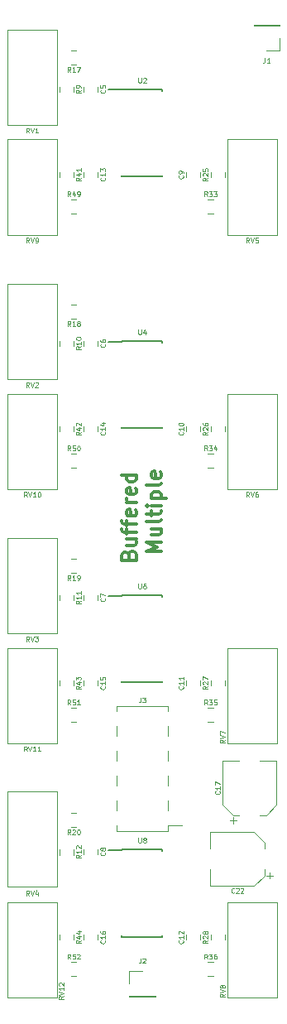
<source format=gbr>
G04 #@! TF.GenerationSoftware,KiCad,Pcbnew,(5.0.0-3-g5ebb6b6)*
G04 #@! TF.CreationDate,2019-01-01T15:12:14-08:00*
G04 #@! TF.ProjectId,BuffMult,427566664D756C742E6B696361645F70,rev?*
G04 #@! TF.SameCoordinates,Original*
G04 #@! TF.FileFunction,Legend,Top*
G04 #@! TF.FilePolarity,Positive*
%FSLAX46Y46*%
G04 Gerber Fmt 4.6, Leading zero omitted, Abs format (unit mm)*
G04 Created by KiCad (PCBNEW (5.0.0-3-g5ebb6b6)) date Tuesday, January 01, 2019 at 03:12:14 PM*
%MOMM*%
%LPD*%
G01*
G04 APERTURE LIST*
%ADD10C,0.300000*%
%ADD11C,0.120000*%
%ADD12C,0.150000*%
G04 APERTURE END LIST*
D10*
X111617857Y-114428571D02*
X111689285Y-114214285D01*
X111760714Y-114142857D01*
X111903571Y-114071428D01*
X112117857Y-114071428D01*
X112260714Y-114142857D01*
X112332142Y-114214285D01*
X112403571Y-114357142D01*
X112403571Y-114928571D01*
X110903571Y-114928571D01*
X110903571Y-114428571D01*
X110975000Y-114285714D01*
X111046428Y-114214285D01*
X111189285Y-114142857D01*
X111332142Y-114142857D01*
X111475000Y-114214285D01*
X111546428Y-114285714D01*
X111617857Y-114428571D01*
X111617857Y-114928571D01*
X111403571Y-112785714D02*
X112403571Y-112785714D01*
X111403571Y-113428571D02*
X112189285Y-113428571D01*
X112332142Y-113357142D01*
X112403571Y-113214285D01*
X112403571Y-113000000D01*
X112332142Y-112857142D01*
X112260714Y-112785714D01*
X111403571Y-112285714D02*
X111403571Y-111714285D01*
X112403571Y-112071428D02*
X111117857Y-112071428D01*
X110975000Y-112000000D01*
X110903571Y-111857142D01*
X110903571Y-111714285D01*
X111403571Y-111428571D02*
X111403571Y-110857142D01*
X112403571Y-111214285D02*
X111117857Y-111214285D01*
X110975000Y-111142857D01*
X110903571Y-111000000D01*
X110903571Y-110857142D01*
X112332142Y-109785714D02*
X112403571Y-109928571D01*
X112403571Y-110214285D01*
X112332142Y-110357142D01*
X112189285Y-110428571D01*
X111617857Y-110428571D01*
X111475000Y-110357142D01*
X111403571Y-110214285D01*
X111403571Y-109928571D01*
X111475000Y-109785714D01*
X111617857Y-109714285D01*
X111760714Y-109714285D01*
X111903571Y-110428571D01*
X112403571Y-109071428D02*
X111403571Y-109071428D01*
X111689285Y-109071428D02*
X111546428Y-109000000D01*
X111475000Y-108928571D01*
X111403571Y-108785714D01*
X111403571Y-108642857D01*
X112332142Y-107571428D02*
X112403571Y-107714285D01*
X112403571Y-108000000D01*
X112332142Y-108142857D01*
X112189285Y-108214285D01*
X111617857Y-108214285D01*
X111475000Y-108142857D01*
X111403571Y-108000000D01*
X111403571Y-107714285D01*
X111475000Y-107571428D01*
X111617857Y-107500000D01*
X111760714Y-107500000D01*
X111903571Y-108214285D01*
X112403571Y-106214285D02*
X110903571Y-106214285D01*
X112332142Y-106214285D02*
X112403571Y-106357142D01*
X112403571Y-106642857D01*
X112332142Y-106785714D01*
X112260714Y-106857142D01*
X112117857Y-106928571D01*
X111689285Y-106928571D01*
X111546428Y-106857142D01*
X111475000Y-106785714D01*
X111403571Y-106642857D01*
X111403571Y-106357142D01*
X111475000Y-106214285D01*
X114953571Y-114071428D02*
X113453571Y-114071428D01*
X114525000Y-113571428D01*
X113453571Y-113071428D01*
X114953571Y-113071428D01*
X113953571Y-111714285D02*
X114953571Y-111714285D01*
X113953571Y-112357142D02*
X114739285Y-112357142D01*
X114882142Y-112285714D01*
X114953571Y-112142857D01*
X114953571Y-111928571D01*
X114882142Y-111785714D01*
X114810714Y-111714285D01*
X114953571Y-110785714D02*
X114882142Y-110928571D01*
X114739285Y-111000000D01*
X113453571Y-111000000D01*
X113953571Y-110428571D02*
X113953571Y-109857142D01*
X113453571Y-110214285D02*
X114739285Y-110214285D01*
X114882142Y-110142857D01*
X114953571Y-110000000D01*
X114953571Y-109857142D01*
X114953571Y-109357142D02*
X113953571Y-109357142D01*
X113453571Y-109357142D02*
X113525000Y-109428571D01*
X113596428Y-109357142D01*
X113525000Y-109285714D01*
X113453571Y-109357142D01*
X113596428Y-109357142D01*
X113953571Y-108642857D02*
X115453571Y-108642857D01*
X114025000Y-108642857D02*
X113953571Y-108500000D01*
X113953571Y-108214285D01*
X114025000Y-108071428D01*
X114096428Y-108000000D01*
X114239285Y-107928571D01*
X114667857Y-107928571D01*
X114810714Y-108000000D01*
X114882142Y-108071428D01*
X114953571Y-108214285D01*
X114953571Y-108500000D01*
X114882142Y-108642857D01*
X114953571Y-107071428D02*
X114882142Y-107214285D01*
X114739285Y-107285714D01*
X113453571Y-107285714D01*
X114882142Y-105928571D02*
X114953571Y-106071428D01*
X114953571Y-106357142D01*
X114882142Y-106500000D01*
X114739285Y-106571428D01*
X114167857Y-106571428D01*
X114025000Y-106500000D01*
X113953571Y-106357142D01*
X113953571Y-106071428D01*
X114025000Y-105928571D01*
X114167857Y-105857142D01*
X114310714Y-105857142D01*
X114453571Y-106571428D01*
D11*
G04 #@! TO.C,C17*
X126760000Y-135490000D02*
X125060000Y-135490000D01*
X121240000Y-135490000D02*
X122940000Y-135490000D01*
X121240000Y-139945563D02*
X121240000Y-135490000D01*
X126760000Y-139945563D02*
X126760000Y-135490000D01*
X125695563Y-141010000D02*
X125060000Y-141010000D01*
X122304437Y-141010000D02*
X122940000Y-141010000D01*
X122304437Y-141010000D02*
X121240000Y-139945563D01*
X125695563Y-141010000D02*
X126760000Y-139945563D01*
X122315000Y-141875000D02*
X122315000Y-141250000D01*
X122002500Y-141562500D02*
X122627500Y-141562500D01*
G04 #@! TO.C,RV8*
X121720000Y-149905000D02*
X126790000Y-149905000D01*
X121720000Y-159675000D02*
X126790000Y-159675000D01*
X126790000Y-159675000D02*
X126790000Y-149905000D01*
X121720000Y-159675000D02*
X121720000Y-149905000D01*
G04 #@! TO.C,RV12*
X99220000Y-159675000D02*
X99220000Y-149905000D01*
X104290000Y-159675000D02*
X104290000Y-149905000D01*
X99220000Y-159675000D02*
X104290000Y-159675000D01*
X99220000Y-149905000D02*
X104290000Y-149905000D01*
G04 #@! TO.C,C5*
X108460000Y-66491422D02*
X108460000Y-67008578D01*
X107040000Y-66491422D02*
X107040000Y-67008578D01*
G04 #@! TO.C,C6*
X107040000Y-92491422D02*
X107040000Y-93008578D01*
X108460000Y-92491422D02*
X108460000Y-93008578D01*
G04 #@! TO.C,C7*
X107040000Y-118491422D02*
X107040000Y-119008578D01*
X108460000Y-118491422D02*
X108460000Y-119008578D01*
G04 #@! TO.C,C9*
X118960000Y-75758578D02*
X118960000Y-75241422D01*
X117540000Y-75758578D02*
X117540000Y-75241422D01*
G04 #@! TO.C,C10*
X117540000Y-101758578D02*
X117540000Y-101241422D01*
X118960000Y-101758578D02*
X118960000Y-101241422D01*
G04 #@! TO.C,C11*
X117540000Y-127758578D02*
X117540000Y-127241422D01*
X118960000Y-127758578D02*
X118960000Y-127241422D01*
G04 #@! TO.C,C13*
X107040000Y-75758578D02*
X107040000Y-75241422D01*
X108460000Y-75758578D02*
X108460000Y-75241422D01*
G04 #@! TO.C,C14*
X108460000Y-101758578D02*
X108460000Y-101241422D01*
X107040000Y-101758578D02*
X107040000Y-101241422D01*
G04 #@! TO.C,C15*
X108460000Y-127758578D02*
X108460000Y-127241422D01*
X107040000Y-127758578D02*
X107040000Y-127241422D01*
G04 #@! TO.C,R9*
X105960000Y-67008578D02*
X105960000Y-66491422D01*
X104540000Y-67008578D02*
X104540000Y-66491422D01*
G04 #@! TO.C,R10*
X105960000Y-93008578D02*
X105960000Y-92491422D01*
X104540000Y-93008578D02*
X104540000Y-92491422D01*
G04 #@! TO.C,R11*
X105960000Y-119008578D02*
X105960000Y-118491422D01*
X104540000Y-119008578D02*
X104540000Y-118491422D01*
G04 #@! TO.C,R17*
X105741422Y-62790000D02*
X106258578Y-62790000D01*
X105741422Y-64210000D02*
X106258578Y-64210000D01*
G04 #@! TO.C,R18*
X105741422Y-88790000D02*
X106258578Y-88790000D01*
X105741422Y-90210000D02*
X106258578Y-90210000D01*
G04 #@! TO.C,R19*
X105741422Y-114790000D02*
X106258578Y-114790000D01*
X105741422Y-116210000D02*
X106258578Y-116210000D01*
G04 #@! TO.C,R25*
X120040000Y-75241422D02*
X120040000Y-75758578D01*
X121460000Y-75241422D02*
X121460000Y-75758578D01*
G04 #@! TO.C,R26*
X121460000Y-101241422D02*
X121460000Y-101758578D01*
X120040000Y-101241422D02*
X120040000Y-101758578D01*
G04 #@! TO.C,R27*
X121460000Y-127241422D02*
X121460000Y-127758578D01*
X120040000Y-127241422D02*
X120040000Y-127758578D01*
G04 #@! TO.C,R33*
X120258578Y-78040000D02*
X119741422Y-78040000D01*
X120258578Y-79460000D02*
X119741422Y-79460000D01*
G04 #@! TO.C,R34*
X120258578Y-104040000D02*
X119741422Y-104040000D01*
X120258578Y-105460000D02*
X119741422Y-105460000D01*
G04 #@! TO.C,R35*
X120258578Y-130040000D02*
X119741422Y-130040000D01*
X120258578Y-131460000D02*
X119741422Y-131460000D01*
G04 #@! TO.C,R41*
X105960000Y-75241422D02*
X105960000Y-75758578D01*
X104540000Y-75241422D02*
X104540000Y-75758578D01*
G04 #@! TO.C,R42*
X104540000Y-101241422D02*
X104540000Y-101758578D01*
X105960000Y-101241422D02*
X105960000Y-101758578D01*
G04 #@! TO.C,R43*
X104540000Y-127241422D02*
X104540000Y-127758578D01*
X105960000Y-127241422D02*
X105960000Y-127758578D01*
G04 #@! TO.C,R49*
X105741422Y-79460000D02*
X106258578Y-79460000D01*
X105741422Y-78040000D02*
X106258578Y-78040000D01*
G04 #@! TO.C,R50*
X105741422Y-104040000D02*
X106258578Y-104040000D01*
X105741422Y-105460000D02*
X106258578Y-105460000D01*
G04 #@! TO.C,R51*
X105741422Y-130040000D02*
X106258578Y-130040000D01*
X105741422Y-131460000D02*
X106258578Y-131460000D01*
G04 #@! TO.C,RV1*
X99220000Y-60655000D02*
X104290000Y-60655000D01*
X99220000Y-70425000D02*
X104290000Y-70425000D01*
X104290000Y-70425000D02*
X104290000Y-60655000D01*
X99220000Y-70425000D02*
X99220000Y-60655000D01*
G04 #@! TO.C,RV2*
X99220000Y-86655000D02*
X104290000Y-86655000D01*
X99220000Y-96425000D02*
X104290000Y-96425000D01*
X104290000Y-96425000D02*
X104290000Y-86655000D01*
X99220000Y-96425000D02*
X99220000Y-86655000D01*
G04 #@! TO.C,RV3*
X99220000Y-122425000D02*
X99220000Y-112655000D01*
X104290000Y-122425000D02*
X104290000Y-112655000D01*
X99220000Y-122425000D02*
X104290000Y-122425000D01*
X99220000Y-112655000D02*
X104290000Y-112655000D01*
G04 #@! TO.C,RV5*
X121720000Y-81675000D02*
X121720000Y-71905000D01*
X126790000Y-81675000D02*
X126790000Y-71905000D01*
X121720000Y-81675000D02*
X126790000Y-81675000D01*
X121720000Y-71905000D02*
X126790000Y-71905000D01*
G04 #@! TO.C,RV6*
X121720000Y-107675000D02*
X121720000Y-97905000D01*
X126790000Y-107675000D02*
X126790000Y-97905000D01*
X121720000Y-107675000D02*
X126790000Y-107675000D01*
X121720000Y-97905000D02*
X126790000Y-97905000D01*
G04 #@! TO.C,RV7*
X121720000Y-133675000D02*
X121720000Y-123905000D01*
X126790000Y-133675000D02*
X126790000Y-123905000D01*
X121720000Y-133675000D02*
X126790000Y-133675000D01*
X121720000Y-123905000D02*
X126790000Y-123905000D01*
G04 #@! TO.C,RV9*
X99220000Y-81675000D02*
X99220000Y-71905000D01*
X104290000Y-81675000D02*
X104290000Y-71905000D01*
X99220000Y-81675000D02*
X104290000Y-81675000D01*
X99220000Y-71905000D02*
X104290000Y-71905000D01*
G04 #@! TO.C,RV10*
X99220000Y-97905000D02*
X104290000Y-97905000D01*
X99220000Y-107675000D02*
X104290000Y-107675000D01*
X104290000Y-107675000D02*
X104290000Y-97905000D01*
X99220000Y-107675000D02*
X99220000Y-97905000D01*
G04 #@! TO.C,RV11*
X99220000Y-123905000D02*
X104290000Y-123905000D01*
X99220000Y-133675000D02*
X104290000Y-133675000D01*
X104290000Y-133675000D02*
X104290000Y-123905000D01*
X99220000Y-133675000D02*
X99220000Y-123905000D01*
D12*
G04 #@! TO.C,U2*
X110925000Y-66800000D02*
X110925000Y-66825000D01*
X115075000Y-66800000D02*
X115075000Y-66915000D01*
X115075000Y-75700000D02*
X115075000Y-75585000D01*
X110925000Y-75700000D02*
X110925000Y-75585000D01*
X110925000Y-66800000D02*
X115075000Y-66800000D01*
X110925000Y-75700000D02*
X115075000Y-75700000D01*
X110925000Y-66825000D02*
X109550000Y-66825000D01*
G04 #@! TO.C,U4*
X110925000Y-92550000D02*
X110925000Y-92575000D01*
X115075000Y-92550000D02*
X115075000Y-92665000D01*
X115075000Y-101450000D02*
X115075000Y-101335000D01*
X110925000Y-101450000D02*
X110925000Y-101335000D01*
X110925000Y-92550000D02*
X115075000Y-92550000D01*
X110925000Y-101450000D02*
X115075000Y-101450000D01*
X110925000Y-92575000D02*
X109550000Y-92575000D01*
G04 #@! TO.C,U6*
X110925000Y-118575000D02*
X109550000Y-118575000D01*
X110925000Y-127450000D02*
X115075000Y-127450000D01*
X110925000Y-118550000D02*
X115075000Y-118550000D01*
X110925000Y-127450000D02*
X110925000Y-127335000D01*
X115075000Y-127450000D02*
X115075000Y-127335000D01*
X115075000Y-118550000D02*
X115075000Y-118665000D01*
X110925000Y-118550000D02*
X110925000Y-118575000D01*
D11*
G04 #@! TO.C,C8*
X108460000Y-144491422D02*
X108460000Y-145008578D01*
X107040000Y-144491422D02*
X107040000Y-145008578D01*
G04 #@! TO.C,C12*
X118960000Y-153758578D02*
X118960000Y-153241422D01*
X117540000Y-153758578D02*
X117540000Y-153241422D01*
G04 #@! TO.C,C16*
X107040000Y-153758578D02*
X107040000Y-153241422D01*
X108460000Y-153758578D02*
X108460000Y-153241422D01*
G04 #@! TO.C,R12*
X104540000Y-145071078D02*
X104540000Y-144553922D01*
X105960000Y-145071078D02*
X105960000Y-144553922D01*
G04 #@! TO.C,R20*
X105741422Y-142210000D02*
X106258578Y-142210000D01*
X105741422Y-140790000D02*
X106258578Y-140790000D01*
G04 #@! TO.C,R28*
X120040000Y-153241422D02*
X120040000Y-153758578D01*
X121460000Y-153241422D02*
X121460000Y-153758578D01*
G04 #@! TO.C,R36*
X120258578Y-157460000D02*
X119741422Y-157460000D01*
X120258578Y-156040000D02*
X119741422Y-156040000D01*
G04 #@! TO.C,R44*
X105960000Y-153241422D02*
X105960000Y-153758578D01*
X104540000Y-153241422D02*
X104540000Y-153758578D01*
G04 #@! TO.C,R52*
X105741422Y-157460000D02*
X106258578Y-157460000D01*
X105741422Y-156040000D02*
X106258578Y-156040000D01*
G04 #@! TO.C,RV4*
X104280000Y-138575000D02*
X104280000Y-148345000D01*
X99210000Y-138575000D02*
X99210000Y-148345000D01*
X104280000Y-138575000D02*
X99210000Y-138575000D01*
X104280000Y-148345000D02*
X99210000Y-148345000D01*
D12*
G04 #@! TO.C,U8*
X110925000Y-144550000D02*
X110925000Y-144575000D01*
X115075000Y-144550000D02*
X115075000Y-144665000D01*
X115075000Y-153450000D02*
X115075000Y-153335000D01*
X110925000Y-153450000D02*
X110925000Y-153335000D01*
X110925000Y-144550000D02*
X115075000Y-144550000D01*
X110925000Y-153450000D02*
X115075000Y-153450000D01*
X110925000Y-144575000D02*
X109550000Y-144575000D01*
D11*
G04 #@! TO.C,J3*
X115600000Y-142660000D02*
X110400000Y-142660000D01*
X115600000Y-129840000D02*
X110400000Y-129840000D01*
X117040000Y-142090000D02*
X115600000Y-142090000D01*
X115600000Y-142660000D02*
X115600000Y-142090000D01*
X110400000Y-142660000D02*
X110400000Y-142090000D01*
X115600000Y-130410000D02*
X115600000Y-129840000D01*
X110400000Y-130410000D02*
X110400000Y-129840000D01*
X115600000Y-140570000D02*
X115600000Y-139550000D01*
X110400000Y-140570000D02*
X110400000Y-139550000D01*
X115600000Y-138030000D02*
X115600000Y-137010000D01*
X110400000Y-138030000D02*
X110400000Y-137010000D01*
X115600000Y-135490000D02*
X115600000Y-134470000D01*
X110400000Y-135490000D02*
X110400000Y-134470000D01*
X115600000Y-132950000D02*
X115600000Y-131930000D01*
X110400000Y-132950000D02*
X110400000Y-131930000D01*
G04 #@! TO.C,J1*
X127080000Y-62830000D02*
X125750000Y-62830000D01*
X127080000Y-61500000D02*
X127080000Y-62830000D01*
X127080000Y-60230000D02*
X124420000Y-60230000D01*
X124420000Y-60230000D02*
X124420000Y-60170000D01*
X127080000Y-60230000D02*
X127080000Y-60170000D01*
X127080000Y-60170000D02*
X124420000Y-60170000D01*
G04 #@! TO.C,J2*
X111670000Y-159580000D02*
X114330000Y-159580000D01*
X111670000Y-159520000D02*
X111670000Y-159580000D01*
X114330000Y-159520000D02*
X114330000Y-159580000D01*
X111670000Y-159520000D02*
X114330000Y-159520000D01*
X111670000Y-158250000D02*
X111670000Y-156920000D01*
X111670000Y-156920000D02*
X113000000Y-156920000D01*
G04 #@! TO.C,C22*
X126062500Y-147497500D02*
X126062500Y-146872500D01*
X126375000Y-147185000D02*
X125750000Y-147185000D01*
X125510000Y-143804437D02*
X124445563Y-142740000D01*
X125510000Y-147195563D02*
X124445563Y-148260000D01*
X125510000Y-147195563D02*
X125510000Y-146560000D01*
X125510000Y-143804437D02*
X125510000Y-144440000D01*
X124445563Y-142740000D02*
X119990000Y-142740000D01*
X124445563Y-148260000D02*
X119990000Y-148260000D01*
X119990000Y-148260000D02*
X119990000Y-146560000D01*
X119990000Y-142740000D02*
X119990000Y-144440000D01*
G04 #@! TO.C,C17*
X120928571Y-138571428D02*
X120952380Y-138595238D01*
X120976190Y-138666666D01*
X120976190Y-138714285D01*
X120952380Y-138785714D01*
X120904761Y-138833333D01*
X120857142Y-138857142D01*
X120761904Y-138880952D01*
X120690476Y-138880952D01*
X120595238Y-138857142D01*
X120547619Y-138833333D01*
X120500000Y-138785714D01*
X120476190Y-138714285D01*
X120476190Y-138666666D01*
X120500000Y-138595238D01*
X120523809Y-138571428D01*
X120976190Y-138095238D02*
X120976190Y-138380952D01*
X120976190Y-138238095D02*
X120476190Y-138238095D01*
X120547619Y-138285714D01*
X120595238Y-138333333D01*
X120619047Y-138380952D01*
X120476190Y-137928571D02*
X120476190Y-137595238D01*
X120976190Y-137809523D01*
G04 #@! TO.C,RV8*
X121476190Y-159297619D02*
X121238095Y-159464285D01*
X121476190Y-159583333D02*
X120976190Y-159583333D01*
X120976190Y-159392857D01*
X121000000Y-159345238D01*
X121023809Y-159321428D01*
X121071428Y-159297619D01*
X121142857Y-159297619D01*
X121190476Y-159321428D01*
X121214285Y-159345238D01*
X121238095Y-159392857D01*
X121238095Y-159583333D01*
X120976190Y-159154761D02*
X121476190Y-158988095D01*
X120976190Y-158821428D01*
X121190476Y-158583333D02*
X121166666Y-158630952D01*
X121142857Y-158654761D01*
X121095238Y-158678571D01*
X121071428Y-158678571D01*
X121023809Y-158654761D01*
X121000000Y-158630952D01*
X120976190Y-158583333D01*
X120976190Y-158488095D01*
X121000000Y-158440476D01*
X121023809Y-158416666D01*
X121071428Y-158392857D01*
X121095238Y-158392857D01*
X121142857Y-158416666D01*
X121166666Y-158440476D01*
X121190476Y-158488095D01*
X121190476Y-158583333D01*
X121214285Y-158630952D01*
X121238095Y-158654761D01*
X121285714Y-158678571D01*
X121380952Y-158678571D01*
X121428571Y-158654761D01*
X121452380Y-158630952D01*
X121476190Y-158583333D01*
X121476190Y-158488095D01*
X121452380Y-158440476D01*
X121428571Y-158416666D01*
X121380952Y-158392857D01*
X121285714Y-158392857D01*
X121238095Y-158416666D01*
X121214285Y-158440476D01*
X121190476Y-158488095D01*
G04 #@! TO.C,RV12*
X104976190Y-159535714D02*
X104738095Y-159702380D01*
X104976190Y-159821428D02*
X104476190Y-159821428D01*
X104476190Y-159630952D01*
X104500000Y-159583333D01*
X104523809Y-159559523D01*
X104571428Y-159535714D01*
X104642857Y-159535714D01*
X104690476Y-159559523D01*
X104714285Y-159583333D01*
X104738095Y-159630952D01*
X104738095Y-159821428D01*
X104476190Y-159392857D02*
X104976190Y-159226190D01*
X104476190Y-159059523D01*
X104976190Y-158630952D02*
X104976190Y-158916666D01*
X104976190Y-158773809D02*
X104476190Y-158773809D01*
X104547619Y-158821428D01*
X104595238Y-158869047D01*
X104619047Y-158916666D01*
X104523809Y-158440476D02*
X104500000Y-158416666D01*
X104476190Y-158369047D01*
X104476190Y-158250000D01*
X104500000Y-158202380D01*
X104523809Y-158178571D01*
X104571428Y-158154761D01*
X104619047Y-158154761D01*
X104690476Y-158178571D01*
X104976190Y-158464285D01*
X104976190Y-158154761D01*
G04 #@! TO.C,C5*
X109178571Y-66833333D02*
X109202380Y-66857142D01*
X109226190Y-66928571D01*
X109226190Y-66976190D01*
X109202380Y-67047619D01*
X109154761Y-67095238D01*
X109107142Y-67119047D01*
X109011904Y-67142857D01*
X108940476Y-67142857D01*
X108845238Y-67119047D01*
X108797619Y-67095238D01*
X108750000Y-67047619D01*
X108726190Y-66976190D01*
X108726190Y-66928571D01*
X108750000Y-66857142D01*
X108773809Y-66833333D01*
X108726190Y-66380952D02*
X108726190Y-66619047D01*
X108964285Y-66642857D01*
X108940476Y-66619047D01*
X108916666Y-66571428D01*
X108916666Y-66452380D01*
X108940476Y-66404761D01*
X108964285Y-66380952D01*
X109011904Y-66357142D01*
X109130952Y-66357142D01*
X109178571Y-66380952D01*
X109202380Y-66404761D01*
X109226190Y-66452380D01*
X109226190Y-66571428D01*
X109202380Y-66619047D01*
X109178571Y-66642857D01*
G04 #@! TO.C,C6*
X109178571Y-92833333D02*
X109202380Y-92857142D01*
X109226190Y-92928571D01*
X109226190Y-92976190D01*
X109202380Y-93047619D01*
X109154761Y-93095238D01*
X109107142Y-93119047D01*
X109011904Y-93142857D01*
X108940476Y-93142857D01*
X108845238Y-93119047D01*
X108797619Y-93095238D01*
X108750000Y-93047619D01*
X108726190Y-92976190D01*
X108726190Y-92928571D01*
X108750000Y-92857142D01*
X108773809Y-92833333D01*
X108726190Y-92404761D02*
X108726190Y-92500000D01*
X108750000Y-92547619D01*
X108773809Y-92571428D01*
X108845238Y-92619047D01*
X108940476Y-92642857D01*
X109130952Y-92642857D01*
X109178571Y-92619047D01*
X109202380Y-92595238D01*
X109226190Y-92547619D01*
X109226190Y-92452380D01*
X109202380Y-92404761D01*
X109178571Y-92380952D01*
X109130952Y-92357142D01*
X109011904Y-92357142D01*
X108964285Y-92380952D01*
X108940476Y-92404761D01*
X108916666Y-92452380D01*
X108916666Y-92547619D01*
X108940476Y-92595238D01*
X108964285Y-92619047D01*
X109011904Y-92642857D01*
G04 #@! TO.C,C7*
X109178571Y-118833333D02*
X109202380Y-118857142D01*
X109226190Y-118928571D01*
X109226190Y-118976190D01*
X109202380Y-119047619D01*
X109154761Y-119095238D01*
X109107142Y-119119047D01*
X109011904Y-119142857D01*
X108940476Y-119142857D01*
X108845238Y-119119047D01*
X108797619Y-119095238D01*
X108750000Y-119047619D01*
X108726190Y-118976190D01*
X108726190Y-118928571D01*
X108750000Y-118857142D01*
X108773809Y-118833333D01*
X108726190Y-118666666D02*
X108726190Y-118333333D01*
X109226190Y-118547619D01*
G04 #@! TO.C,C9*
X117178571Y-75583333D02*
X117202380Y-75607142D01*
X117226190Y-75678571D01*
X117226190Y-75726190D01*
X117202380Y-75797619D01*
X117154761Y-75845238D01*
X117107142Y-75869047D01*
X117011904Y-75892857D01*
X116940476Y-75892857D01*
X116845238Y-75869047D01*
X116797619Y-75845238D01*
X116750000Y-75797619D01*
X116726190Y-75726190D01*
X116726190Y-75678571D01*
X116750000Y-75607142D01*
X116773809Y-75583333D01*
X117226190Y-75345238D02*
X117226190Y-75250000D01*
X117202380Y-75202380D01*
X117178571Y-75178571D01*
X117107142Y-75130952D01*
X117011904Y-75107142D01*
X116821428Y-75107142D01*
X116773809Y-75130952D01*
X116750000Y-75154761D01*
X116726190Y-75202380D01*
X116726190Y-75297619D01*
X116750000Y-75345238D01*
X116773809Y-75369047D01*
X116821428Y-75392857D01*
X116940476Y-75392857D01*
X116988095Y-75369047D01*
X117011904Y-75345238D01*
X117035714Y-75297619D01*
X117035714Y-75202380D01*
X117011904Y-75154761D01*
X116988095Y-75130952D01*
X116940476Y-75107142D01*
G04 #@! TO.C,C10*
X117178571Y-101821428D02*
X117202380Y-101845238D01*
X117226190Y-101916666D01*
X117226190Y-101964285D01*
X117202380Y-102035714D01*
X117154761Y-102083333D01*
X117107142Y-102107142D01*
X117011904Y-102130952D01*
X116940476Y-102130952D01*
X116845238Y-102107142D01*
X116797619Y-102083333D01*
X116750000Y-102035714D01*
X116726190Y-101964285D01*
X116726190Y-101916666D01*
X116750000Y-101845238D01*
X116773809Y-101821428D01*
X117226190Y-101345238D02*
X117226190Y-101630952D01*
X117226190Y-101488095D02*
X116726190Y-101488095D01*
X116797619Y-101535714D01*
X116845238Y-101583333D01*
X116869047Y-101630952D01*
X116726190Y-101035714D02*
X116726190Y-100988095D01*
X116750000Y-100940476D01*
X116773809Y-100916666D01*
X116821428Y-100892857D01*
X116916666Y-100869047D01*
X117035714Y-100869047D01*
X117130952Y-100892857D01*
X117178571Y-100916666D01*
X117202380Y-100940476D01*
X117226190Y-100988095D01*
X117226190Y-101035714D01*
X117202380Y-101083333D01*
X117178571Y-101107142D01*
X117130952Y-101130952D01*
X117035714Y-101154761D01*
X116916666Y-101154761D01*
X116821428Y-101130952D01*
X116773809Y-101107142D01*
X116750000Y-101083333D01*
X116726190Y-101035714D01*
G04 #@! TO.C,C11*
X117178571Y-127821428D02*
X117202380Y-127845238D01*
X117226190Y-127916666D01*
X117226190Y-127964285D01*
X117202380Y-128035714D01*
X117154761Y-128083333D01*
X117107142Y-128107142D01*
X117011904Y-128130952D01*
X116940476Y-128130952D01*
X116845238Y-128107142D01*
X116797619Y-128083333D01*
X116750000Y-128035714D01*
X116726190Y-127964285D01*
X116726190Y-127916666D01*
X116750000Y-127845238D01*
X116773809Y-127821428D01*
X117226190Y-127345238D02*
X117226190Y-127630952D01*
X117226190Y-127488095D02*
X116726190Y-127488095D01*
X116797619Y-127535714D01*
X116845238Y-127583333D01*
X116869047Y-127630952D01*
X117226190Y-126869047D02*
X117226190Y-127154761D01*
X117226190Y-127011904D02*
X116726190Y-127011904D01*
X116797619Y-127059523D01*
X116845238Y-127107142D01*
X116869047Y-127154761D01*
G04 #@! TO.C,C13*
X109178571Y-75821428D02*
X109202380Y-75845238D01*
X109226190Y-75916666D01*
X109226190Y-75964285D01*
X109202380Y-76035714D01*
X109154761Y-76083333D01*
X109107142Y-76107142D01*
X109011904Y-76130952D01*
X108940476Y-76130952D01*
X108845238Y-76107142D01*
X108797619Y-76083333D01*
X108750000Y-76035714D01*
X108726190Y-75964285D01*
X108726190Y-75916666D01*
X108750000Y-75845238D01*
X108773809Y-75821428D01*
X109226190Y-75345238D02*
X109226190Y-75630952D01*
X109226190Y-75488095D02*
X108726190Y-75488095D01*
X108797619Y-75535714D01*
X108845238Y-75583333D01*
X108869047Y-75630952D01*
X108726190Y-75178571D02*
X108726190Y-74869047D01*
X108916666Y-75035714D01*
X108916666Y-74964285D01*
X108940476Y-74916666D01*
X108964285Y-74892857D01*
X109011904Y-74869047D01*
X109130952Y-74869047D01*
X109178571Y-74892857D01*
X109202380Y-74916666D01*
X109226190Y-74964285D01*
X109226190Y-75107142D01*
X109202380Y-75154761D01*
X109178571Y-75178571D01*
G04 #@! TO.C,C14*
X109178571Y-101821428D02*
X109202380Y-101845238D01*
X109226190Y-101916666D01*
X109226190Y-101964285D01*
X109202380Y-102035714D01*
X109154761Y-102083333D01*
X109107142Y-102107142D01*
X109011904Y-102130952D01*
X108940476Y-102130952D01*
X108845238Y-102107142D01*
X108797619Y-102083333D01*
X108750000Y-102035714D01*
X108726190Y-101964285D01*
X108726190Y-101916666D01*
X108750000Y-101845238D01*
X108773809Y-101821428D01*
X109226190Y-101345238D02*
X109226190Y-101630952D01*
X109226190Y-101488095D02*
X108726190Y-101488095D01*
X108797619Y-101535714D01*
X108845238Y-101583333D01*
X108869047Y-101630952D01*
X108892857Y-100916666D02*
X109226190Y-100916666D01*
X108702380Y-101035714D02*
X109059523Y-101154761D01*
X109059523Y-100845238D01*
G04 #@! TO.C,C15*
X109178571Y-127821428D02*
X109202380Y-127845238D01*
X109226190Y-127916666D01*
X109226190Y-127964285D01*
X109202380Y-128035714D01*
X109154761Y-128083333D01*
X109107142Y-128107142D01*
X109011904Y-128130952D01*
X108940476Y-128130952D01*
X108845238Y-128107142D01*
X108797619Y-128083333D01*
X108750000Y-128035714D01*
X108726190Y-127964285D01*
X108726190Y-127916666D01*
X108750000Y-127845238D01*
X108773809Y-127821428D01*
X109226190Y-127345238D02*
X109226190Y-127630952D01*
X109226190Y-127488095D02*
X108726190Y-127488095D01*
X108797619Y-127535714D01*
X108845238Y-127583333D01*
X108869047Y-127630952D01*
X108726190Y-126892857D02*
X108726190Y-127130952D01*
X108964285Y-127154761D01*
X108940476Y-127130952D01*
X108916666Y-127083333D01*
X108916666Y-126964285D01*
X108940476Y-126916666D01*
X108964285Y-126892857D01*
X109011904Y-126869047D01*
X109130952Y-126869047D01*
X109178571Y-126892857D01*
X109202380Y-126916666D01*
X109226190Y-126964285D01*
X109226190Y-127083333D01*
X109202380Y-127130952D01*
X109178571Y-127154761D01*
G04 #@! TO.C,R9*
X106726190Y-66833333D02*
X106488095Y-67000000D01*
X106726190Y-67119047D02*
X106226190Y-67119047D01*
X106226190Y-66928571D01*
X106250000Y-66880952D01*
X106273809Y-66857142D01*
X106321428Y-66833333D01*
X106392857Y-66833333D01*
X106440476Y-66857142D01*
X106464285Y-66880952D01*
X106488095Y-66928571D01*
X106488095Y-67119047D01*
X106726190Y-66595238D02*
X106726190Y-66500000D01*
X106702380Y-66452380D01*
X106678571Y-66428571D01*
X106607142Y-66380952D01*
X106511904Y-66357142D01*
X106321428Y-66357142D01*
X106273809Y-66380952D01*
X106250000Y-66404761D01*
X106226190Y-66452380D01*
X106226190Y-66547619D01*
X106250000Y-66595238D01*
X106273809Y-66619047D01*
X106321428Y-66642857D01*
X106440476Y-66642857D01*
X106488095Y-66619047D01*
X106511904Y-66595238D01*
X106535714Y-66547619D01*
X106535714Y-66452380D01*
X106511904Y-66404761D01*
X106488095Y-66380952D01*
X106440476Y-66357142D01*
G04 #@! TO.C,R10*
X106726190Y-93071428D02*
X106488095Y-93238095D01*
X106726190Y-93357142D02*
X106226190Y-93357142D01*
X106226190Y-93166666D01*
X106250000Y-93119047D01*
X106273809Y-93095238D01*
X106321428Y-93071428D01*
X106392857Y-93071428D01*
X106440476Y-93095238D01*
X106464285Y-93119047D01*
X106488095Y-93166666D01*
X106488095Y-93357142D01*
X106726190Y-92595238D02*
X106726190Y-92880952D01*
X106726190Y-92738095D02*
X106226190Y-92738095D01*
X106297619Y-92785714D01*
X106345238Y-92833333D01*
X106369047Y-92880952D01*
X106226190Y-92285714D02*
X106226190Y-92238095D01*
X106250000Y-92190476D01*
X106273809Y-92166666D01*
X106321428Y-92142857D01*
X106416666Y-92119047D01*
X106535714Y-92119047D01*
X106630952Y-92142857D01*
X106678571Y-92166666D01*
X106702380Y-92190476D01*
X106726190Y-92238095D01*
X106726190Y-92285714D01*
X106702380Y-92333333D01*
X106678571Y-92357142D01*
X106630952Y-92380952D01*
X106535714Y-92404761D01*
X106416666Y-92404761D01*
X106321428Y-92380952D01*
X106273809Y-92357142D01*
X106250000Y-92333333D01*
X106226190Y-92285714D01*
G04 #@! TO.C,R11*
X106726190Y-119071428D02*
X106488095Y-119238095D01*
X106726190Y-119357142D02*
X106226190Y-119357142D01*
X106226190Y-119166666D01*
X106250000Y-119119047D01*
X106273809Y-119095238D01*
X106321428Y-119071428D01*
X106392857Y-119071428D01*
X106440476Y-119095238D01*
X106464285Y-119119047D01*
X106488095Y-119166666D01*
X106488095Y-119357142D01*
X106726190Y-118595238D02*
X106726190Y-118880952D01*
X106726190Y-118738095D02*
X106226190Y-118738095D01*
X106297619Y-118785714D01*
X106345238Y-118833333D01*
X106369047Y-118880952D01*
X106726190Y-118119047D02*
X106726190Y-118404761D01*
X106726190Y-118261904D02*
X106226190Y-118261904D01*
X106297619Y-118309523D01*
X106345238Y-118357142D01*
X106369047Y-118404761D01*
G04 #@! TO.C,R17*
X105678571Y-64976190D02*
X105511904Y-64738095D01*
X105392857Y-64976190D02*
X105392857Y-64476190D01*
X105583333Y-64476190D01*
X105630952Y-64500000D01*
X105654761Y-64523809D01*
X105678571Y-64571428D01*
X105678571Y-64642857D01*
X105654761Y-64690476D01*
X105630952Y-64714285D01*
X105583333Y-64738095D01*
X105392857Y-64738095D01*
X106154761Y-64976190D02*
X105869047Y-64976190D01*
X106011904Y-64976190D02*
X106011904Y-64476190D01*
X105964285Y-64547619D01*
X105916666Y-64595238D01*
X105869047Y-64619047D01*
X106321428Y-64476190D02*
X106654761Y-64476190D01*
X106440476Y-64976190D01*
G04 #@! TO.C,R18*
X105678571Y-90976190D02*
X105511904Y-90738095D01*
X105392857Y-90976190D02*
X105392857Y-90476190D01*
X105583333Y-90476190D01*
X105630952Y-90500000D01*
X105654761Y-90523809D01*
X105678571Y-90571428D01*
X105678571Y-90642857D01*
X105654761Y-90690476D01*
X105630952Y-90714285D01*
X105583333Y-90738095D01*
X105392857Y-90738095D01*
X106154761Y-90976190D02*
X105869047Y-90976190D01*
X106011904Y-90976190D02*
X106011904Y-90476190D01*
X105964285Y-90547619D01*
X105916666Y-90595238D01*
X105869047Y-90619047D01*
X106440476Y-90690476D02*
X106392857Y-90666666D01*
X106369047Y-90642857D01*
X106345238Y-90595238D01*
X106345238Y-90571428D01*
X106369047Y-90523809D01*
X106392857Y-90500000D01*
X106440476Y-90476190D01*
X106535714Y-90476190D01*
X106583333Y-90500000D01*
X106607142Y-90523809D01*
X106630952Y-90571428D01*
X106630952Y-90595238D01*
X106607142Y-90642857D01*
X106583333Y-90666666D01*
X106535714Y-90690476D01*
X106440476Y-90690476D01*
X106392857Y-90714285D01*
X106369047Y-90738095D01*
X106345238Y-90785714D01*
X106345238Y-90880952D01*
X106369047Y-90928571D01*
X106392857Y-90952380D01*
X106440476Y-90976190D01*
X106535714Y-90976190D01*
X106583333Y-90952380D01*
X106607142Y-90928571D01*
X106630952Y-90880952D01*
X106630952Y-90785714D01*
X106607142Y-90738095D01*
X106583333Y-90714285D01*
X106535714Y-90690476D01*
G04 #@! TO.C,R19*
X105678571Y-116976190D02*
X105511904Y-116738095D01*
X105392857Y-116976190D02*
X105392857Y-116476190D01*
X105583333Y-116476190D01*
X105630952Y-116500000D01*
X105654761Y-116523809D01*
X105678571Y-116571428D01*
X105678571Y-116642857D01*
X105654761Y-116690476D01*
X105630952Y-116714285D01*
X105583333Y-116738095D01*
X105392857Y-116738095D01*
X106154761Y-116976190D02*
X105869047Y-116976190D01*
X106011904Y-116976190D02*
X106011904Y-116476190D01*
X105964285Y-116547619D01*
X105916666Y-116595238D01*
X105869047Y-116619047D01*
X106392857Y-116976190D02*
X106488095Y-116976190D01*
X106535714Y-116952380D01*
X106559523Y-116928571D01*
X106607142Y-116857142D01*
X106630952Y-116761904D01*
X106630952Y-116571428D01*
X106607142Y-116523809D01*
X106583333Y-116500000D01*
X106535714Y-116476190D01*
X106440476Y-116476190D01*
X106392857Y-116500000D01*
X106369047Y-116523809D01*
X106345238Y-116571428D01*
X106345238Y-116690476D01*
X106369047Y-116738095D01*
X106392857Y-116761904D01*
X106440476Y-116785714D01*
X106535714Y-116785714D01*
X106583333Y-116761904D01*
X106607142Y-116738095D01*
X106630952Y-116690476D01*
G04 #@! TO.C,R25*
X119726190Y-75821428D02*
X119488095Y-75988095D01*
X119726190Y-76107142D02*
X119226190Y-76107142D01*
X119226190Y-75916666D01*
X119250000Y-75869047D01*
X119273809Y-75845238D01*
X119321428Y-75821428D01*
X119392857Y-75821428D01*
X119440476Y-75845238D01*
X119464285Y-75869047D01*
X119488095Y-75916666D01*
X119488095Y-76107142D01*
X119273809Y-75630952D02*
X119250000Y-75607142D01*
X119226190Y-75559523D01*
X119226190Y-75440476D01*
X119250000Y-75392857D01*
X119273809Y-75369047D01*
X119321428Y-75345238D01*
X119369047Y-75345238D01*
X119440476Y-75369047D01*
X119726190Y-75654761D01*
X119726190Y-75345238D01*
X119226190Y-74892857D02*
X119226190Y-75130952D01*
X119464285Y-75154761D01*
X119440476Y-75130952D01*
X119416666Y-75083333D01*
X119416666Y-74964285D01*
X119440476Y-74916666D01*
X119464285Y-74892857D01*
X119511904Y-74869047D01*
X119630952Y-74869047D01*
X119678571Y-74892857D01*
X119702380Y-74916666D01*
X119726190Y-74964285D01*
X119726190Y-75083333D01*
X119702380Y-75130952D01*
X119678571Y-75154761D01*
G04 #@! TO.C,R26*
X119726190Y-101821428D02*
X119488095Y-101988095D01*
X119726190Y-102107142D02*
X119226190Y-102107142D01*
X119226190Y-101916666D01*
X119250000Y-101869047D01*
X119273809Y-101845238D01*
X119321428Y-101821428D01*
X119392857Y-101821428D01*
X119440476Y-101845238D01*
X119464285Y-101869047D01*
X119488095Y-101916666D01*
X119488095Y-102107142D01*
X119273809Y-101630952D02*
X119250000Y-101607142D01*
X119226190Y-101559523D01*
X119226190Y-101440476D01*
X119250000Y-101392857D01*
X119273809Y-101369047D01*
X119321428Y-101345238D01*
X119369047Y-101345238D01*
X119440476Y-101369047D01*
X119726190Y-101654761D01*
X119726190Y-101345238D01*
X119226190Y-100916666D02*
X119226190Y-101011904D01*
X119250000Y-101059523D01*
X119273809Y-101083333D01*
X119345238Y-101130952D01*
X119440476Y-101154761D01*
X119630952Y-101154761D01*
X119678571Y-101130952D01*
X119702380Y-101107142D01*
X119726190Y-101059523D01*
X119726190Y-100964285D01*
X119702380Y-100916666D01*
X119678571Y-100892857D01*
X119630952Y-100869047D01*
X119511904Y-100869047D01*
X119464285Y-100892857D01*
X119440476Y-100916666D01*
X119416666Y-100964285D01*
X119416666Y-101059523D01*
X119440476Y-101107142D01*
X119464285Y-101130952D01*
X119511904Y-101154761D01*
G04 #@! TO.C,R27*
X119726190Y-127821428D02*
X119488095Y-127988095D01*
X119726190Y-128107142D02*
X119226190Y-128107142D01*
X119226190Y-127916666D01*
X119250000Y-127869047D01*
X119273809Y-127845238D01*
X119321428Y-127821428D01*
X119392857Y-127821428D01*
X119440476Y-127845238D01*
X119464285Y-127869047D01*
X119488095Y-127916666D01*
X119488095Y-128107142D01*
X119273809Y-127630952D02*
X119250000Y-127607142D01*
X119226190Y-127559523D01*
X119226190Y-127440476D01*
X119250000Y-127392857D01*
X119273809Y-127369047D01*
X119321428Y-127345238D01*
X119369047Y-127345238D01*
X119440476Y-127369047D01*
X119726190Y-127654761D01*
X119726190Y-127345238D01*
X119226190Y-127178571D02*
X119226190Y-126845238D01*
X119726190Y-127059523D01*
G04 #@! TO.C,R33*
X119678571Y-77726190D02*
X119511904Y-77488095D01*
X119392857Y-77726190D02*
X119392857Y-77226190D01*
X119583333Y-77226190D01*
X119630952Y-77250000D01*
X119654761Y-77273809D01*
X119678571Y-77321428D01*
X119678571Y-77392857D01*
X119654761Y-77440476D01*
X119630952Y-77464285D01*
X119583333Y-77488095D01*
X119392857Y-77488095D01*
X119845238Y-77226190D02*
X120154761Y-77226190D01*
X119988095Y-77416666D01*
X120059523Y-77416666D01*
X120107142Y-77440476D01*
X120130952Y-77464285D01*
X120154761Y-77511904D01*
X120154761Y-77630952D01*
X120130952Y-77678571D01*
X120107142Y-77702380D01*
X120059523Y-77726190D01*
X119916666Y-77726190D01*
X119869047Y-77702380D01*
X119845238Y-77678571D01*
X120321428Y-77226190D02*
X120630952Y-77226190D01*
X120464285Y-77416666D01*
X120535714Y-77416666D01*
X120583333Y-77440476D01*
X120607142Y-77464285D01*
X120630952Y-77511904D01*
X120630952Y-77630952D01*
X120607142Y-77678571D01*
X120583333Y-77702380D01*
X120535714Y-77726190D01*
X120392857Y-77726190D01*
X120345238Y-77702380D01*
X120321428Y-77678571D01*
G04 #@! TO.C,R34*
X119678571Y-103726190D02*
X119511904Y-103488095D01*
X119392857Y-103726190D02*
X119392857Y-103226190D01*
X119583333Y-103226190D01*
X119630952Y-103250000D01*
X119654761Y-103273809D01*
X119678571Y-103321428D01*
X119678571Y-103392857D01*
X119654761Y-103440476D01*
X119630952Y-103464285D01*
X119583333Y-103488095D01*
X119392857Y-103488095D01*
X119845238Y-103226190D02*
X120154761Y-103226190D01*
X119988095Y-103416666D01*
X120059523Y-103416666D01*
X120107142Y-103440476D01*
X120130952Y-103464285D01*
X120154761Y-103511904D01*
X120154761Y-103630952D01*
X120130952Y-103678571D01*
X120107142Y-103702380D01*
X120059523Y-103726190D01*
X119916666Y-103726190D01*
X119869047Y-103702380D01*
X119845238Y-103678571D01*
X120583333Y-103392857D02*
X120583333Y-103726190D01*
X120464285Y-103202380D02*
X120345238Y-103559523D01*
X120654761Y-103559523D01*
G04 #@! TO.C,R35*
X119678571Y-129726190D02*
X119511904Y-129488095D01*
X119392857Y-129726190D02*
X119392857Y-129226190D01*
X119583333Y-129226190D01*
X119630952Y-129250000D01*
X119654761Y-129273809D01*
X119678571Y-129321428D01*
X119678571Y-129392857D01*
X119654761Y-129440476D01*
X119630952Y-129464285D01*
X119583333Y-129488095D01*
X119392857Y-129488095D01*
X119845238Y-129226190D02*
X120154761Y-129226190D01*
X119988095Y-129416666D01*
X120059523Y-129416666D01*
X120107142Y-129440476D01*
X120130952Y-129464285D01*
X120154761Y-129511904D01*
X120154761Y-129630952D01*
X120130952Y-129678571D01*
X120107142Y-129702380D01*
X120059523Y-129726190D01*
X119916666Y-129726190D01*
X119869047Y-129702380D01*
X119845238Y-129678571D01*
X120607142Y-129226190D02*
X120369047Y-129226190D01*
X120345238Y-129464285D01*
X120369047Y-129440476D01*
X120416666Y-129416666D01*
X120535714Y-129416666D01*
X120583333Y-129440476D01*
X120607142Y-129464285D01*
X120630952Y-129511904D01*
X120630952Y-129630952D01*
X120607142Y-129678571D01*
X120583333Y-129702380D01*
X120535714Y-129726190D01*
X120416666Y-129726190D01*
X120369047Y-129702380D01*
X120345238Y-129678571D01*
G04 #@! TO.C,R41*
X106726190Y-75821428D02*
X106488095Y-75988095D01*
X106726190Y-76107142D02*
X106226190Y-76107142D01*
X106226190Y-75916666D01*
X106250000Y-75869047D01*
X106273809Y-75845238D01*
X106321428Y-75821428D01*
X106392857Y-75821428D01*
X106440476Y-75845238D01*
X106464285Y-75869047D01*
X106488095Y-75916666D01*
X106488095Y-76107142D01*
X106392857Y-75392857D02*
X106726190Y-75392857D01*
X106202380Y-75511904D02*
X106559523Y-75630952D01*
X106559523Y-75321428D01*
X106726190Y-74869047D02*
X106726190Y-75154761D01*
X106726190Y-75011904D02*
X106226190Y-75011904D01*
X106297619Y-75059523D01*
X106345238Y-75107142D01*
X106369047Y-75154761D01*
G04 #@! TO.C,R42*
X106726190Y-101821428D02*
X106488095Y-101988095D01*
X106726190Y-102107142D02*
X106226190Y-102107142D01*
X106226190Y-101916666D01*
X106250000Y-101869047D01*
X106273809Y-101845238D01*
X106321428Y-101821428D01*
X106392857Y-101821428D01*
X106440476Y-101845238D01*
X106464285Y-101869047D01*
X106488095Y-101916666D01*
X106488095Y-102107142D01*
X106392857Y-101392857D02*
X106726190Y-101392857D01*
X106202380Y-101511904D02*
X106559523Y-101630952D01*
X106559523Y-101321428D01*
X106273809Y-101154761D02*
X106250000Y-101130952D01*
X106226190Y-101083333D01*
X106226190Y-100964285D01*
X106250000Y-100916666D01*
X106273809Y-100892857D01*
X106321428Y-100869047D01*
X106369047Y-100869047D01*
X106440476Y-100892857D01*
X106726190Y-101178571D01*
X106726190Y-100869047D01*
G04 #@! TO.C,R43*
X106726190Y-127821428D02*
X106488095Y-127988095D01*
X106726190Y-128107142D02*
X106226190Y-128107142D01*
X106226190Y-127916666D01*
X106250000Y-127869047D01*
X106273809Y-127845238D01*
X106321428Y-127821428D01*
X106392857Y-127821428D01*
X106440476Y-127845238D01*
X106464285Y-127869047D01*
X106488095Y-127916666D01*
X106488095Y-128107142D01*
X106392857Y-127392857D02*
X106726190Y-127392857D01*
X106202380Y-127511904D02*
X106559523Y-127630952D01*
X106559523Y-127321428D01*
X106226190Y-127178571D02*
X106226190Y-126869047D01*
X106416666Y-127035714D01*
X106416666Y-126964285D01*
X106440476Y-126916666D01*
X106464285Y-126892857D01*
X106511904Y-126869047D01*
X106630952Y-126869047D01*
X106678571Y-126892857D01*
X106702380Y-126916666D01*
X106726190Y-126964285D01*
X106726190Y-127107142D01*
X106702380Y-127154761D01*
X106678571Y-127178571D01*
G04 #@! TO.C,R49*
X105678571Y-77726190D02*
X105511904Y-77488095D01*
X105392857Y-77726190D02*
X105392857Y-77226190D01*
X105583333Y-77226190D01*
X105630952Y-77250000D01*
X105654761Y-77273809D01*
X105678571Y-77321428D01*
X105678571Y-77392857D01*
X105654761Y-77440476D01*
X105630952Y-77464285D01*
X105583333Y-77488095D01*
X105392857Y-77488095D01*
X106107142Y-77392857D02*
X106107142Y-77726190D01*
X105988095Y-77202380D02*
X105869047Y-77559523D01*
X106178571Y-77559523D01*
X106392857Y-77726190D02*
X106488095Y-77726190D01*
X106535714Y-77702380D01*
X106559523Y-77678571D01*
X106607142Y-77607142D01*
X106630952Y-77511904D01*
X106630952Y-77321428D01*
X106607142Y-77273809D01*
X106583333Y-77250000D01*
X106535714Y-77226190D01*
X106440476Y-77226190D01*
X106392857Y-77250000D01*
X106369047Y-77273809D01*
X106345238Y-77321428D01*
X106345238Y-77440476D01*
X106369047Y-77488095D01*
X106392857Y-77511904D01*
X106440476Y-77535714D01*
X106535714Y-77535714D01*
X106583333Y-77511904D01*
X106607142Y-77488095D01*
X106630952Y-77440476D01*
G04 #@! TO.C,R50*
X105678571Y-103726190D02*
X105511904Y-103488095D01*
X105392857Y-103726190D02*
X105392857Y-103226190D01*
X105583333Y-103226190D01*
X105630952Y-103250000D01*
X105654761Y-103273809D01*
X105678571Y-103321428D01*
X105678571Y-103392857D01*
X105654761Y-103440476D01*
X105630952Y-103464285D01*
X105583333Y-103488095D01*
X105392857Y-103488095D01*
X106130952Y-103226190D02*
X105892857Y-103226190D01*
X105869047Y-103464285D01*
X105892857Y-103440476D01*
X105940476Y-103416666D01*
X106059523Y-103416666D01*
X106107142Y-103440476D01*
X106130952Y-103464285D01*
X106154761Y-103511904D01*
X106154761Y-103630952D01*
X106130952Y-103678571D01*
X106107142Y-103702380D01*
X106059523Y-103726190D01*
X105940476Y-103726190D01*
X105892857Y-103702380D01*
X105869047Y-103678571D01*
X106464285Y-103226190D02*
X106511904Y-103226190D01*
X106559523Y-103250000D01*
X106583333Y-103273809D01*
X106607142Y-103321428D01*
X106630952Y-103416666D01*
X106630952Y-103535714D01*
X106607142Y-103630952D01*
X106583333Y-103678571D01*
X106559523Y-103702380D01*
X106511904Y-103726190D01*
X106464285Y-103726190D01*
X106416666Y-103702380D01*
X106392857Y-103678571D01*
X106369047Y-103630952D01*
X106345238Y-103535714D01*
X106345238Y-103416666D01*
X106369047Y-103321428D01*
X106392857Y-103273809D01*
X106416666Y-103250000D01*
X106464285Y-103226190D01*
G04 #@! TO.C,R51*
X105678571Y-129726190D02*
X105511904Y-129488095D01*
X105392857Y-129726190D02*
X105392857Y-129226190D01*
X105583333Y-129226190D01*
X105630952Y-129250000D01*
X105654761Y-129273809D01*
X105678571Y-129321428D01*
X105678571Y-129392857D01*
X105654761Y-129440476D01*
X105630952Y-129464285D01*
X105583333Y-129488095D01*
X105392857Y-129488095D01*
X106130952Y-129226190D02*
X105892857Y-129226190D01*
X105869047Y-129464285D01*
X105892857Y-129440476D01*
X105940476Y-129416666D01*
X106059523Y-129416666D01*
X106107142Y-129440476D01*
X106130952Y-129464285D01*
X106154761Y-129511904D01*
X106154761Y-129630952D01*
X106130952Y-129678571D01*
X106107142Y-129702380D01*
X106059523Y-129726190D01*
X105940476Y-129726190D01*
X105892857Y-129702380D01*
X105869047Y-129678571D01*
X106630952Y-129726190D02*
X106345238Y-129726190D01*
X106488095Y-129726190D02*
X106488095Y-129226190D01*
X106440476Y-129297619D01*
X106392857Y-129345238D01*
X106345238Y-129369047D01*
G04 #@! TO.C,RV1*
X101452380Y-71226190D02*
X101285714Y-70988095D01*
X101166666Y-71226190D02*
X101166666Y-70726190D01*
X101357142Y-70726190D01*
X101404761Y-70750000D01*
X101428571Y-70773809D01*
X101452380Y-70821428D01*
X101452380Y-70892857D01*
X101428571Y-70940476D01*
X101404761Y-70964285D01*
X101357142Y-70988095D01*
X101166666Y-70988095D01*
X101595238Y-70726190D02*
X101761904Y-71226190D01*
X101928571Y-70726190D01*
X102357142Y-71226190D02*
X102071428Y-71226190D01*
X102214285Y-71226190D02*
X102214285Y-70726190D01*
X102166666Y-70797619D01*
X102119047Y-70845238D01*
X102071428Y-70869047D01*
G04 #@! TO.C,RV2*
X101452380Y-97226190D02*
X101285714Y-96988095D01*
X101166666Y-97226190D02*
X101166666Y-96726190D01*
X101357142Y-96726190D01*
X101404761Y-96750000D01*
X101428571Y-96773809D01*
X101452380Y-96821428D01*
X101452380Y-96892857D01*
X101428571Y-96940476D01*
X101404761Y-96964285D01*
X101357142Y-96988095D01*
X101166666Y-96988095D01*
X101595238Y-96726190D02*
X101761904Y-97226190D01*
X101928571Y-96726190D01*
X102071428Y-96773809D02*
X102095238Y-96750000D01*
X102142857Y-96726190D01*
X102261904Y-96726190D01*
X102309523Y-96750000D01*
X102333333Y-96773809D01*
X102357142Y-96821428D01*
X102357142Y-96869047D01*
X102333333Y-96940476D01*
X102047619Y-97226190D01*
X102357142Y-97226190D01*
G04 #@! TO.C,RV3*
X101452380Y-123226190D02*
X101285714Y-122988095D01*
X101166666Y-123226190D02*
X101166666Y-122726190D01*
X101357142Y-122726190D01*
X101404761Y-122750000D01*
X101428571Y-122773809D01*
X101452380Y-122821428D01*
X101452380Y-122892857D01*
X101428571Y-122940476D01*
X101404761Y-122964285D01*
X101357142Y-122988095D01*
X101166666Y-122988095D01*
X101595238Y-122726190D02*
X101761904Y-123226190D01*
X101928571Y-122726190D01*
X102047619Y-122726190D02*
X102357142Y-122726190D01*
X102190476Y-122916666D01*
X102261904Y-122916666D01*
X102309523Y-122940476D01*
X102333333Y-122964285D01*
X102357142Y-123011904D01*
X102357142Y-123130952D01*
X102333333Y-123178571D01*
X102309523Y-123202380D01*
X102261904Y-123226190D01*
X102119047Y-123226190D01*
X102071428Y-123202380D01*
X102047619Y-123178571D01*
G04 #@! TO.C,RV5*
X123952380Y-82476190D02*
X123785714Y-82238095D01*
X123666666Y-82476190D02*
X123666666Y-81976190D01*
X123857142Y-81976190D01*
X123904761Y-82000000D01*
X123928571Y-82023809D01*
X123952380Y-82071428D01*
X123952380Y-82142857D01*
X123928571Y-82190476D01*
X123904761Y-82214285D01*
X123857142Y-82238095D01*
X123666666Y-82238095D01*
X124095238Y-81976190D02*
X124261904Y-82476190D01*
X124428571Y-81976190D01*
X124833333Y-81976190D02*
X124595238Y-81976190D01*
X124571428Y-82214285D01*
X124595238Y-82190476D01*
X124642857Y-82166666D01*
X124761904Y-82166666D01*
X124809523Y-82190476D01*
X124833333Y-82214285D01*
X124857142Y-82261904D01*
X124857142Y-82380952D01*
X124833333Y-82428571D01*
X124809523Y-82452380D01*
X124761904Y-82476190D01*
X124642857Y-82476190D01*
X124595238Y-82452380D01*
X124571428Y-82428571D01*
G04 #@! TO.C,RV6*
X123952380Y-108476190D02*
X123785714Y-108238095D01*
X123666666Y-108476190D02*
X123666666Y-107976190D01*
X123857142Y-107976190D01*
X123904761Y-108000000D01*
X123928571Y-108023809D01*
X123952380Y-108071428D01*
X123952380Y-108142857D01*
X123928571Y-108190476D01*
X123904761Y-108214285D01*
X123857142Y-108238095D01*
X123666666Y-108238095D01*
X124095238Y-107976190D02*
X124261904Y-108476190D01*
X124428571Y-107976190D01*
X124809523Y-107976190D02*
X124714285Y-107976190D01*
X124666666Y-108000000D01*
X124642857Y-108023809D01*
X124595238Y-108095238D01*
X124571428Y-108190476D01*
X124571428Y-108380952D01*
X124595238Y-108428571D01*
X124619047Y-108452380D01*
X124666666Y-108476190D01*
X124761904Y-108476190D01*
X124809523Y-108452380D01*
X124833333Y-108428571D01*
X124857142Y-108380952D01*
X124857142Y-108261904D01*
X124833333Y-108214285D01*
X124809523Y-108190476D01*
X124761904Y-108166666D01*
X124666666Y-108166666D01*
X124619047Y-108190476D01*
X124595238Y-108214285D01*
X124571428Y-108261904D01*
G04 #@! TO.C,RV7*
X121476190Y-133297619D02*
X121238095Y-133464285D01*
X121476190Y-133583333D02*
X120976190Y-133583333D01*
X120976190Y-133392857D01*
X121000000Y-133345238D01*
X121023809Y-133321428D01*
X121071428Y-133297619D01*
X121142857Y-133297619D01*
X121190476Y-133321428D01*
X121214285Y-133345238D01*
X121238095Y-133392857D01*
X121238095Y-133583333D01*
X120976190Y-133154761D02*
X121476190Y-132988095D01*
X120976190Y-132821428D01*
X120976190Y-132702380D02*
X120976190Y-132369047D01*
X121476190Y-132583333D01*
G04 #@! TO.C,RV9*
X101452380Y-82476190D02*
X101285714Y-82238095D01*
X101166666Y-82476190D02*
X101166666Y-81976190D01*
X101357142Y-81976190D01*
X101404761Y-82000000D01*
X101428571Y-82023809D01*
X101452380Y-82071428D01*
X101452380Y-82142857D01*
X101428571Y-82190476D01*
X101404761Y-82214285D01*
X101357142Y-82238095D01*
X101166666Y-82238095D01*
X101595238Y-81976190D02*
X101761904Y-82476190D01*
X101928571Y-81976190D01*
X102119047Y-82476190D02*
X102214285Y-82476190D01*
X102261904Y-82452380D01*
X102285714Y-82428571D01*
X102333333Y-82357142D01*
X102357142Y-82261904D01*
X102357142Y-82071428D01*
X102333333Y-82023809D01*
X102309523Y-82000000D01*
X102261904Y-81976190D01*
X102166666Y-81976190D01*
X102119047Y-82000000D01*
X102095238Y-82023809D01*
X102071428Y-82071428D01*
X102071428Y-82190476D01*
X102095238Y-82238095D01*
X102119047Y-82261904D01*
X102166666Y-82285714D01*
X102261904Y-82285714D01*
X102309523Y-82261904D01*
X102333333Y-82238095D01*
X102357142Y-82190476D01*
G04 #@! TO.C,RV10*
X101214285Y-108476190D02*
X101047619Y-108238095D01*
X100928571Y-108476190D02*
X100928571Y-107976190D01*
X101119047Y-107976190D01*
X101166666Y-108000000D01*
X101190476Y-108023809D01*
X101214285Y-108071428D01*
X101214285Y-108142857D01*
X101190476Y-108190476D01*
X101166666Y-108214285D01*
X101119047Y-108238095D01*
X100928571Y-108238095D01*
X101357142Y-107976190D02*
X101523809Y-108476190D01*
X101690476Y-107976190D01*
X102119047Y-108476190D02*
X101833333Y-108476190D01*
X101976190Y-108476190D02*
X101976190Y-107976190D01*
X101928571Y-108047619D01*
X101880952Y-108095238D01*
X101833333Y-108119047D01*
X102428571Y-107976190D02*
X102476190Y-107976190D01*
X102523809Y-108000000D01*
X102547619Y-108023809D01*
X102571428Y-108071428D01*
X102595238Y-108166666D01*
X102595238Y-108285714D01*
X102571428Y-108380952D01*
X102547619Y-108428571D01*
X102523809Y-108452380D01*
X102476190Y-108476190D01*
X102428571Y-108476190D01*
X102380952Y-108452380D01*
X102357142Y-108428571D01*
X102333333Y-108380952D01*
X102309523Y-108285714D01*
X102309523Y-108166666D01*
X102333333Y-108071428D01*
X102357142Y-108023809D01*
X102380952Y-108000000D01*
X102428571Y-107976190D01*
G04 #@! TO.C,RV11*
X101214285Y-134476190D02*
X101047619Y-134238095D01*
X100928571Y-134476190D02*
X100928571Y-133976190D01*
X101119047Y-133976190D01*
X101166666Y-134000000D01*
X101190476Y-134023809D01*
X101214285Y-134071428D01*
X101214285Y-134142857D01*
X101190476Y-134190476D01*
X101166666Y-134214285D01*
X101119047Y-134238095D01*
X100928571Y-134238095D01*
X101357142Y-133976190D02*
X101523809Y-134476190D01*
X101690476Y-133976190D01*
X102119047Y-134476190D02*
X101833333Y-134476190D01*
X101976190Y-134476190D02*
X101976190Y-133976190D01*
X101928571Y-134047619D01*
X101880952Y-134095238D01*
X101833333Y-134119047D01*
X102595238Y-134476190D02*
X102309523Y-134476190D01*
X102452380Y-134476190D02*
X102452380Y-133976190D01*
X102404761Y-134047619D01*
X102357142Y-134095238D01*
X102309523Y-134119047D01*
G04 #@! TO.C,U2*
X112619047Y-65601190D02*
X112619047Y-66005952D01*
X112642857Y-66053571D01*
X112666666Y-66077380D01*
X112714285Y-66101190D01*
X112809523Y-66101190D01*
X112857142Y-66077380D01*
X112880952Y-66053571D01*
X112904761Y-66005952D01*
X112904761Y-65601190D01*
X113119047Y-65648809D02*
X113142857Y-65625000D01*
X113190476Y-65601190D01*
X113309523Y-65601190D01*
X113357142Y-65625000D01*
X113380952Y-65648809D01*
X113404761Y-65696428D01*
X113404761Y-65744047D01*
X113380952Y-65815476D01*
X113095238Y-66101190D01*
X113404761Y-66101190D01*
G04 #@! TO.C,U4*
X112619047Y-91351190D02*
X112619047Y-91755952D01*
X112642857Y-91803571D01*
X112666666Y-91827380D01*
X112714285Y-91851190D01*
X112809523Y-91851190D01*
X112857142Y-91827380D01*
X112880952Y-91803571D01*
X112904761Y-91755952D01*
X112904761Y-91351190D01*
X113357142Y-91517857D02*
X113357142Y-91851190D01*
X113238095Y-91327380D02*
X113119047Y-91684523D01*
X113428571Y-91684523D01*
G04 #@! TO.C,U6*
X112619047Y-117351190D02*
X112619047Y-117755952D01*
X112642857Y-117803571D01*
X112666666Y-117827380D01*
X112714285Y-117851190D01*
X112809523Y-117851190D01*
X112857142Y-117827380D01*
X112880952Y-117803571D01*
X112904761Y-117755952D01*
X112904761Y-117351190D01*
X113357142Y-117351190D02*
X113261904Y-117351190D01*
X113214285Y-117375000D01*
X113190476Y-117398809D01*
X113142857Y-117470238D01*
X113119047Y-117565476D01*
X113119047Y-117755952D01*
X113142857Y-117803571D01*
X113166666Y-117827380D01*
X113214285Y-117851190D01*
X113309523Y-117851190D01*
X113357142Y-117827380D01*
X113380952Y-117803571D01*
X113404761Y-117755952D01*
X113404761Y-117636904D01*
X113380952Y-117589285D01*
X113357142Y-117565476D01*
X113309523Y-117541666D01*
X113214285Y-117541666D01*
X113166666Y-117565476D01*
X113142857Y-117589285D01*
X113119047Y-117636904D01*
G04 #@! TO.C,C8*
X109178571Y-144833333D02*
X109202380Y-144857142D01*
X109226190Y-144928571D01*
X109226190Y-144976190D01*
X109202380Y-145047619D01*
X109154761Y-145095238D01*
X109107142Y-145119047D01*
X109011904Y-145142857D01*
X108940476Y-145142857D01*
X108845238Y-145119047D01*
X108797619Y-145095238D01*
X108750000Y-145047619D01*
X108726190Y-144976190D01*
X108726190Y-144928571D01*
X108750000Y-144857142D01*
X108773809Y-144833333D01*
X108940476Y-144547619D02*
X108916666Y-144595238D01*
X108892857Y-144619047D01*
X108845238Y-144642857D01*
X108821428Y-144642857D01*
X108773809Y-144619047D01*
X108750000Y-144595238D01*
X108726190Y-144547619D01*
X108726190Y-144452380D01*
X108750000Y-144404761D01*
X108773809Y-144380952D01*
X108821428Y-144357142D01*
X108845238Y-144357142D01*
X108892857Y-144380952D01*
X108916666Y-144404761D01*
X108940476Y-144452380D01*
X108940476Y-144547619D01*
X108964285Y-144595238D01*
X108988095Y-144619047D01*
X109035714Y-144642857D01*
X109130952Y-144642857D01*
X109178571Y-144619047D01*
X109202380Y-144595238D01*
X109226190Y-144547619D01*
X109226190Y-144452380D01*
X109202380Y-144404761D01*
X109178571Y-144380952D01*
X109130952Y-144357142D01*
X109035714Y-144357142D01*
X108988095Y-144380952D01*
X108964285Y-144404761D01*
X108940476Y-144452380D01*
G04 #@! TO.C,C12*
X117178571Y-153821428D02*
X117202380Y-153845238D01*
X117226190Y-153916666D01*
X117226190Y-153964285D01*
X117202380Y-154035714D01*
X117154761Y-154083333D01*
X117107142Y-154107142D01*
X117011904Y-154130952D01*
X116940476Y-154130952D01*
X116845238Y-154107142D01*
X116797619Y-154083333D01*
X116750000Y-154035714D01*
X116726190Y-153964285D01*
X116726190Y-153916666D01*
X116750000Y-153845238D01*
X116773809Y-153821428D01*
X117226190Y-153345238D02*
X117226190Y-153630952D01*
X117226190Y-153488095D02*
X116726190Y-153488095D01*
X116797619Y-153535714D01*
X116845238Y-153583333D01*
X116869047Y-153630952D01*
X116773809Y-153154761D02*
X116750000Y-153130952D01*
X116726190Y-153083333D01*
X116726190Y-152964285D01*
X116750000Y-152916666D01*
X116773809Y-152892857D01*
X116821428Y-152869047D01*
X116869047Y-152869047D01*
X116940476Y-152892857D01*
X117226190Y-153178571D01*
X117226190Y-152869047D01*
G04 #@! TO.C,C16*
X109178571Y-153821428D02*
X109202380Y-153845238D01*
X109226190Y-153916666D01*
X109226190Y-153964285D01*
X109202380Y-154035714D01*
X109154761Y-154083333D01*
X109107142Y-154107142D01*
X109011904Y-154130952D01*
X108940476Y-154130952D01*
X108845238Y-154107142D01*
X108797619Y-154083333D01*
X108750000Y-154035714D01*
X108726190Y-153964285D01*
X108726190Y-153916666D01*
X108750000Y-153845238D01*
X108773809Y-153821428D01*
X109226190Y-153345238D02*
X109226190Y-153630952D01*
X109226190Y-153488095D02*
X108726190Y-153488095D01*
X108797619Y-153535714D01*
X108845238Y-153583333D01*
X108869047Y-153630952D01*
X108726190Y-152916666D02*
X108726190Y-153011904D01*
X108750000Y-153059523D01*
X108773809Y-153083333D01*
X108845238Y-153130952D01*
X108940476Y-153154761D01*
X109130952Y-153154761D01*
X109178571Y-153130952D01*
X109202380Y-153107142D01*
X109226190Y-153059523D01*
X109226190Y-152964285D01*
X109202380Y-152916666D01*
X109178571Y-152892857D01*
X109130952Y-152869047D01*
X109011904Y-152869047D01*
X108964285Y-152892857D01*
X108940476Y-152916666D01*
X108916666Y-152964285D01*
X108916666Y-153059523D01*
X108940476Y-153107142D01*
X108964285Y-153130952D01*
X109011904Y-153154761D01*
G04 #@! TO.C,R12*
X106726190Y-145071428D02*
X106488095Y-145238095D01*
X106726190Y-145357142D02*
X106226190Y-145357142D01*
X106226190Y-145166666D01*
X106250000Y-145119047D01*
X106273809Y-145095238D01*
X106321428Y-145071428D01*
X106392857Y-145071428D01*
X106440476Y-145095238D01*
X106464285Y-145119047D01*
X106488095Y-145166666D01*
X106488095Y-145357142D01*
X106726190Y-144595238D02*
X106726190Y-144880952D01*
X106726190Y-144738095D02*
X106226190Y-144738095D01*
X106297619Y-144785714D01*
X106345238Y-144833333D01*
X106369047Y-144880952D01*
X106273809Y-144404761D02*
X106250000Y-144380952D01*
X106226190Y-144333333D01*
X106226190Y-144214285D01*
X106250000Y-144166666D01*
X106273809Y-144142857D01*
X106321428Y-144119047D01*
X106369047Y-144119047D01*
X106440476Y-144142857D01*
X106726190Y-144428571D01*
X106726190Y-144119047D01*
G04 #@! TO.C,R20*
X105678571Y-142976190D02*
X105511904Y-142738095D01*
X105392857Y-142976190D02*
X105392857Y-142476190D01*
X105583333Y-142476190D01*
X105630952Y-142500000D01*
X105654761Y-142523809D01*
X105678571Y-142571428D01*
X105678571Y-142642857D01*
X105654761Y-142690476D01*
X105630952Y-142714285D01*
X105583333Y-142738095D01*
X105392857Y-142738095D01*
X105869047Y-142523809D02*
X105892857Y-142500000D01*
X105940476Y-142476190D01*
X106059523Y-142476190D01*
X106107142Y-142500000D01*
X106130952Y-142523809D01*
X106154761Y-142571428D01*
X106154761Y-142619047D01*
X106130952Y-142690476D01*
X105845238Y-142976190D01*
X106154761Y-142976190D01*
X106464285Y-142476190D02*
X106511904Y-142476190D01*
X106559523Y-142500000D01*
X106583333Y-142523809D01*
X106607142Y-142571428D01*
X106630952Y-142666666D01*
X106630952Y-142785714D01*
X106607142Y-142880952D01*
X106583333Y-142928571D01*
X106559523Y-142952380D01*
X106511904Y-142976190D01*
X106464285Y-142976190D01*
X106416666Y-142952380D01*
X106392857Y-142928571D01*
X106369047Y-142880952D01*
X106345238Y-142785714D01*
X106345238Y-142666666D01*
X106369047Y-142571428D01*
X106392857Y-142523809D01*
X106416666Y-142500000D01*
X106464285Y-142476190D01*
G04 #@! TO.C,R28*
X119726190Y-153821428D02*
X119488095Y-153988095D01*
X119726190Y-154107142D02*
X119226190Y-154107142D01*
X119226190Y-153916666D01*
X119250000Y-153869047D01*
X119273809Y-153845238D01*
X119321428Y-153821428D01*
X119392857Y-153821428D01*
X119440476Y-153845238D01*
X119464285Y-153869047D01*
X119488095Y-153916666D01*
X119488095Y-154107142D01*
X119273809Y-153630952D02*
X119250000Y-153607142D01*
X119226190Y-153559523D01*
X119226190Y-153440476D01*
X119250000Y-153392857D01*
X119273809Y-153369047D01*
X119321428Y-153345238D01*
X119369047Y-153345238D01*
X119440476Y-153369047D01*
X119726190Y-153654761D01*
X119726190Y-153345238D01*
X119440476Y-153059523D02*
X119416666Y-153107142D01*
X119392857Y-153130952D01*
X119345238Y-153154761D01*
X119321428Y-153154761D01*
X119273809Y-153130952D01*
X119250000Y-153107142D01*
X119226190Y-153059523D01*
X119226190Y-152964285D01*
X119250000Y-152916666D01*
X119273809Y-152892857D01*
X119321428Y-152869047D01*
X119345238Y-152869047D01*
X119392857Y-152892857D01*
X119416666Y-152916666D01*
X119440476Y-152964285D01*
X119440476Y-153059523D01*
X119464285Y-153107142D01*
X119488095Y-153130952D01*
X119535714Y-153154761D01*
X119630952Y-153154761D01*
X119678571Y-153130952D01*
X119702380Y-153107142D01*
X119726190Y-153059523D01*
X119726190Y-152964285D01*
X119702380Y-152916666D01*
X119678571Y-152892857D01*
X119630952Y-152869047D01*
X119535714Y-152869047D01*
X119488095Y-152892857D01*
X119464285Y-152916666D01*
X119440476Y-152964285D01*
G04 #@! TO.C,R36*
X119678571Y-155726190D02*
X119511904Y-155488095D01*
X119392857Y-155726190D02*
X119392857Y-155226190D01*
X119583333Y-155226190D01*
X119630952Y-155250000D01*
X119654761Y-155273809D01*
X119678571Y-155321428D01*
X119678571Y-155392857D01*
X119654761Y-155440476D01*
X119630952Y-155464285D01*
X119583333Y-155488095D01*
X119392857Y-155488095D01*
X119845238Y-155226190D02*
X120154761Y-155226190D01*
X119988095Y-155416666D01*
X120059523Y-155416666D01*
X120107142Y-155440476D01*
X120130952Y-155464285D01*
X120154761Y-155511904D01*
X120154761Y-155630952D01*
X120130952Y-155678571D01*
X120107142Y-155702380D01*
X120059523Y-155726190D01*
X119916666Y-155726190D01*
X119869047Y-155702380D01*
X119845238Y-155678571D01*
X120583333Y-155226190D02*
X120488095Y-155226190D01*
X120440476Y-155250000D01*
X120416666Y-155273809D01*
X120369047Y-155345238D01*
X120345238Y-155440476D01*
X120345238Y-155630952D01*
X120369047Y-155678571D01*
X120392857Y-155702380D01*
X120440476Y-155726190D01*
X120535714Y-155726190D01*
X120583333Y-155702380D01*
X120607142Y-155678571D01*
X120630952Y-155630952D01*
X120630952Y-155511904D01*
X120607142Y-155464285D01*
X120583333Y-155440476D01*
X120535714Y-155416666D01*
X120440476Y-155416666D01*
X120392857Y-155440476D01*
X120369047Y-155464285D01*
X120345238Y-155511904D01*
G04 #@! TO.C,R44*
X106726190Y-153821428D02*
X106488095Y-153988095D01*
X106726190Y-154107142D02*
X106226190Y-154107142D01*
X106226190Y-153916666D01*
X106250000Y-153869047D01*
X106273809Y-153845238D01*
X106321428Y-153821428D01*
X106392857Y-153821428D01*
X106440476Y-153845238D01*
X106464285Y-153869047D01*
X106488095Y-153916666D01*
X106488095Y-154107142D01*
X106392857Y-153392857D02*
X106726190Y-153392857D01*
X106202380Y-153511904D02*
X106559523Y-153630952D01*
X106559523Y-153321428D01*
X106392857Y-152916666D02*
X106726190Y-152916666D01*
X106202380Y-153035714D02*
X106559523Y-153154761D01*
X106559523Y-152845238D01*
G04 #@! TO.C,R52*
X105678571Y-155726190D02*
X105511904Y-155488095D01*
X105392857Y-155726190D02*
X105392857Y-155226190D01*
X105583333Y-155226190D01*
X105630952Y-155250000D01*
X105654761Y-155273809D01*
X105678571Y-155321428D01*
X105678571Y-155392857D01*
X105654761Y-155440476D01*
X105630952Y-155464285D01*
X105583333Y-155488095D01*
X105392857Y-155488095D01*
X106130952Y-155226190D02*
X105892857Y-155226190D01*
X105869047Y-155464285D01*
X105892857Y-155440476D01*
X105940476Y-155416666D01*
X106059523Y-155416666D01*
X106107142Y-155440476D01*
X106130952Y-155464285D01*
X106154761Y-155511904D01*
X106154761Y-155630952D01*
X106130952Y-155678571D01*
X106107142Y-155702380D01*
X106059523Y-155726190D01*
X105940476Y-155726190D01*
X105892857Y-155702380D01*
X105869047Y-155678571D01*
X106345238Y-155273809D02*
X106369047Y-155250000D01*
X106416666Y-155226190D01*
X106535714Y-155226190D01*
X106583333Y-155250000D01*
X106607142Y-155273809D01*
X106630952Y-155321428D01*
X106630952Y-155369047D01*
X106607142Y-155440476D01*
X106321428Y-155726190D01*
X106630952Y-155726190D01*
G04 #@! TO.C,RV4*
X101452380Y-149226190D02*
X101285714Y-148988095D01*
X101166666Y-149226190D02*
X101166666Y-148726190D01*
X101357142Y-148726190D01*
X101404761Y-148750000D01*
X101428571Y-148773809D01*
X101452380Y-148821428D01*
X101452380Y-148892857D01*
X101428571Y-148940476D01*
X101404761Y-148964285D01*
X101357142Y-148988095D01*
X101166666Y-148988095D01*
X101595238Y-148726190D02*
X101761904Y-149226190D01*
X101928571Y-148726190D01*
X102309523Y-148892857D02*
X102309523Y-149226190D01*
X102190476Y-148702380D02*
X102071428Y-149059523D01*
X102380952Y-149059523D01*
G04 #@! TO.C,U8*
X112619047Y-143351190D02*
X112619047Y-143755952D01*
X112642857Y-143803571D01*
X112666666Y-143827380D01*
X112714285Y-143851190D01*
X112809523Y-143851190D01*
X112857142Y-143827380D01*
X112880952Y-143803571D01*
X112904761Y-143755952D01*
X112904761Y-143351190D01*
X113214285Y-143565476D02*
X113166666Y-143541666D01*
X113142857Y-143517857D01*
X113119047Y-143470238D01*
X113119047Y-143446428D01*
X113142857Y-143398809D01*
X113166666Y-143375000D01*
X113214285Y-143351190D01*
X113309523Y-143351190D01*
X113357142Y-143375000D01*
X113380952Y-143398809D01*
X113404761Y-143446428D01*
X113404761Y-143470238D01*
X113380952Y-143517857D01*
X113357142Y-143541666D01*
X113309523Y-143565476D01*
X113214285Y-143565476D01*
X113166666Y-143589285D01*
X113142857Y-143613095D01*
X113119047Y-143660714D01*
X113119047Y-143755952D01*
X113142857Y-143803571D01*
X113166666Y-143827380D01*
X113214285Y-143851190D01*
X113309523Y-143851190D01*
X113357142Y-143827380D01*
X113380952Y-143803571D01*
X113404761Y-143755952D01*
X113404761Y-143660714D01*
X113380952Y-143613095D01*
X113357142Y-143589285D01*
X113309523Y-143565476D01*
G04 #@! TO.C,J3*
X112833333Y-128976190D02*
X112833333Y-129333333D01*
X112809523Y-129404761D01*
X112761904Y-129452380D01*
X112690476Y-129476190D01*
X112642857Y-129476190D01*
X113023809Y-128976190D02*
X113333333Y-128976190D01*
X113166666Y-129166666D01*
X113238095Y-129166666D01*
X113285714Y-129190476D01*
X113309523Y-129214285D01*
X113333333Y-129261904D01*
X113333333Y-129380952D01*
X113309523Y-129428571D01*
X113285714Y-129452380D01*
X113238095Y-129476190D01*
X113095238Y-129476190D01*
X113047619Y-129452380D01*
X113023809Y-129428571D01*
G04 #@! TO.C,J1*
X125583333Y-63556190D02*
X125583333Y-63913333D01*
X125559523Y-63984761D01*
X125511904Y-64032380D01*
X125440476Y-64056190D01*
X125392857Y-64056190D01*
X126083333Y-64056190D02*
X125797619Y-64056190D01*
X125940476Y-64056190D02*
X125940476Y-63556190D01*
X125892857Y-63627619D01*
X125845238Y-63675238D01*
X125797619Y-63699047D01*
G04 #@! TO.C,J2*
X112833333Y-155646190D02*
X112833333Y-156003333D01*
X112809523Y-156074761D01*
X112761904Y-156122380D01*
X112690476Y-156146190D01*
X112642857Y-156146190D01*
X113047619Y-155693809D02*
X113071428Y-155670000D01*
X113119047Y-155646190D01*
X113238095Y-155646190D01*
X113285714Y-155670000D01*
X113309523Y-155693809D01*
X113333333Y-155741428D01*
X113333333Y-155789047D01*
X113309523Y-155860476D01*
X113023809Y-156146190D01*
X113333333Y-156146190D01*
G04 #@! TO.C,C22*
X122428571Y-148928571D02*
X122404761Y-148952380D01*
X122333333Y-148976190D01*
X122285714Y-148976190D01*
X122214285Y-148952380D01*
X122166666Y-148904761D01*
X122142857Y-148857142D01*
X122119047Y-148761904D01*
X122119047Y-148690476D01*
X122142857Y-148595238D01*
X122166666Y-148547619D01*
X122214285Y-148500000D01*
X122285714Y-148476190D01*
X122333333Y-148476190D01*
X122404761Y-148500000D01*
X122428571Y-148523809D01*
X122619047Y-148523809D02*
X122642857Y-148500000D01*
X122690476Y-148476190D01*
X122809523Y-148476190D01*
X122857142Y-148500000D01*
X122880952Y-148523809D01*
X122904761Y-148571428D01*
X122904761Y-148619047D01*
X122880952Y-148690476D01*
X122595238Y-148976190D01*
X122904761Y-148976190D01*
X123095238Y-148523809D02*
X123119047Y-148500000D01*
X123166666Y-148476190D01*
X123285714Y-148476190D01*
X123333333Y-148500000D01*
X123357142Y-148523809D01*
X123380952Y-148571428D01*
X123380952Y-148619047D01*
X123357142Y-148690476D01*
X123071428Y-148976190D01*
X123380952Y-148976190D01*
G04 #@! TD*
M02*

</source>
